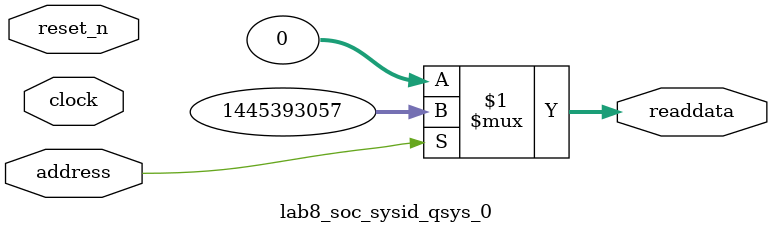
<source format=v>

`timescale 1ns / 1ps
// synthesis translate_on

// turn off superfluous verilog processor warnings 
// altera message_level Level1 
// altera message_off 10034 10035 10036 10037 10230 10240 10030 

module lab8_soc_sysid_qsys_0 (
               // inputs:
                address,
                clock,
                reset_n,

               // outputs:
                readdata
             )
;

  output  [ 31: 0] readdata;
  input            address;
  input            clock;
  input            reset_n;

  wire    [ 31: 0] readdata;
  //control_slave, which is an e_avalon_slave
  assign readdata = address ? 1445393057 : 0;

endmodule




</source>
